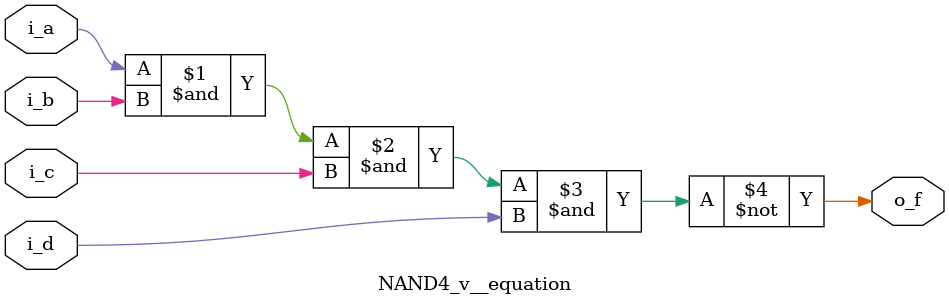
<source format=v>


module NAND4_v__equation
  (input i_a, i_b, i_c, i_d,
   output o_f);
   
  assign o_f = ~(i_a & i_b & i_c & i_d);
  
endmodule


// ////////////////////////////////
// // Behavior Model
// ////////////////////////////////
// module NAND4_v__behavior
  // (input i_a, i_b, i_c, i_d,
   // output o_f);
   
  // assign o_f = 1 ? i_a | i_b | i_c | i_d : 0;
  
// endmodule



// ////////////////////////////////
// // Component Model - Self
// ////////////////////////////////
// module NAND4_v__cmpnt_self
  // (input i_a, i_b, i_c, i_d,
  // output o_f);
   
  // wire fi1, fi2; // internal outputs
   
  // OR2_v or1 (i_a, i_b, fi1);
  // OR2_v or2 (i_c, i_d, fi2);
  // OR2_v or3 (fi1, fi2, o_f);
  
  // // assign o_f = 1 ? i_a | i_b | i_c | i_d : 0;
  
// endmodule







</source>
